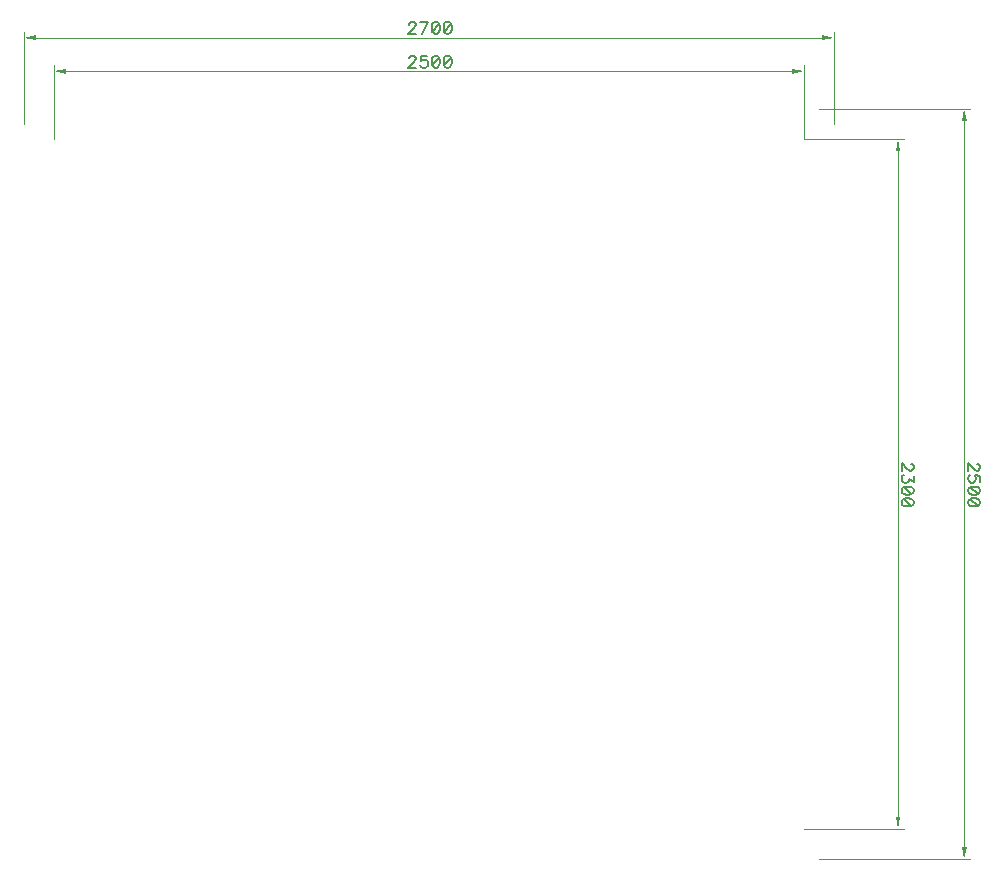
<source format=gbr>
%TF.GenerationSoftware,Novarm,DipTrace,3.2.0.1*%
%TF.CreationDate,2018-02-19T16:08:02-08:00*%
%FSLAX26Y26*%
%MOIN*%
%TF.FileFunction,Drawing,Top*%
%TF.Part,Single*%
%ADD14C,0.001378*%
%ADD139C,0.006176*%
G75*
G01*
%LPD*%
X2994016Y2794016D2*
D14*
X3326201D1*
X2994016Y494016D2*
X3326201D1*
X3306516Y1644016D2*
Y2754646D1*
G36*
Y2794016D2*
X3314390Y2754646D1*
X3298642D1*
X3306516Y2794016D1*
G37*
Y1644016D2*
D14*
Y533386D1*
G36*
Y494016D2*
X3298642Y533386D1*
X3314390D1*
X3306516Y494016D1*
G37*
X494016Y2794016D2*
D14*
Y3038702D1*
X2994016Y2794016D2*
Y3038702D1*
X1744016Y3019017D2*
X533386D1*
G36*
X494016D2*
X533386Y3026891D1*
Y3011143D1*
X494016Y3019017D1*
G37*
X1744016D2*
D14*
X2954646D1*
G36*
X2994016D2*
X2954646Y3011143D1*
Y3026891D1*
X2994016Y3019017D1*
G37*
X394016Y2844016D2*
D14*
Y3151176D1*
X3094016Y2844016D2*
Y3151176D1*
X1744016Y3131491D2*
X433386D1*
G36*
X394016D2*
X433386Y3139365D1*
Y3123617D1*
X394016Y3131491D1*
G37*
X1744016D2*
D14*
X3054646D1*
G36*
X3094016D2*
X3054646Y3123617D1*
Y3139365D1*
X3094016Y3131491D1*
G37*
X3044016Y2894016D2*
D14*
X3547747D1*
X3044016Y394016D2*
X3547747D1*
X3528062Y1644016D2*
Y2854646D1*
G36*
Y2894016D2*
X3535936Y2854646D1*
X3520188D1*
X3528062Y2894016D1*
G37*
Y1644016D2*
D14*
Y433386D1*
G36*
Y394016D2*
X3520188Y433386D1*
X3535936D1*
X3528062Y394016D1*
G37*
X3349324Y1711099D2*
D139*
X3351225D1*
X3355072Y1709198D1*
X3356973Y1707297D1*
X3358875Y1703450D1*
Y1695800D1*
X3356973Y1691998D1*
X3355072Y1690097D1*
X3351225Y1688151D1*
X3347423D1*
X3343576Y1690097D1*
X3337872Y1693899D1*
X3318727Y1713045D1*
Y1686250D1*
X3358875Y1670052D2*
Y1649049D1*
X3343576Y1660501D1*
Y1654753D1*
X3341675Y1650951D1*
X3339773Y1649049D1*
X3334025Y1647104D1*
X3330223D1*
X3324475Y1649049D1*
X3320628Y1652852D1*
X3318727Y1658600D1*
Y1664348D1*
X3320628Y1670052D1*
X3322574Y1671953D1*
X3326376Y1673899D1*
X3358875Y1623256D2*
X3356973Y1629004D1*
X3351225Y1632851D1*
X3341675Y1634752D1*
X3335927D1*
X3326376Y1632851D1*
X3320628Y1629004D1*
X3318727Y1623256D1*
Y1619454D1*
X3320628Y1613706D1*
X3326376Y1609903D1*
X3335927Y1607958D1*
X3341675D1*
X3351225Y1609903D1*
X3356973Y1613706D1*
X3358875Y1619454D1*
Y1623256D1*
X3351225Y1609903D2*
X3326376Y1632851D1*
X3358875Y1584110D2*
X3356973Y1589858D1*
X3351225Y1593705D1*
X3341675Y1595606D1*
X3335927D1*
X3326376Y1593705D1*
X3320628Y1589858D1*
X3318727Y1584110D1*
Y1580308D1*
X3320628Y1574560D1*
X3326376Y1570757D1*
X3335927Y1568812D1*
X3341675D1*
X3351225Y1570757D1*
X3356973Y1574560D1*
X3358875Y1580308D1*
Y1584110D1*
X3351225Y1570757D2*
X3326376Y1593705D1*
X1676933Y3061825D2*
Y3063727D1*
X1678834Y3067573D1*
X1680735Y3069475D1*
X1684582Y3071376D1*
X1692232D1*
X1696034Y3069475D1*
X1697935Y3067573D1*
X1699881Y3063727D1*
Y3059924D1*
X1697935Y3056077D1*
X1694133Y3050373D1*
X1674987Y3031228D1*
X1701782D1*
X1737081Y3071376D2*
X1717980D1*
X1716079Y3054176D1*
X1717980Y3056077D1*
X1723728Y3058023D1*
X1729432D1*
X1735180Y3056077D1*
X1739027Y3052275D1*
X1740928Y3046527D1*
Y3042724D1*
X1739027Y3036976D1*
X1735180Y3033129D1*
X1729432Y3031228D1*
X1723728D1*
X1717980Y3033129D1*
X1716079Y3035075D1*
X1714133Y3038877D1*
X1764776Y3071376D2*
X1759028Y3069475D1*
X1755181Y3063727D1*
X1753280Y3054176D1*
Y3048428D1*
X1755181Y3038877D1*
X1759028Y3033129D1*
X1764776Y3031228D1*
X1768578D1*
X1774326Y3033129D1*
X1778129Y3038877D1*
X1780074Y3048428D1*
Y3054176D1*
X1778129Y3063727D1*
X1774326Y3069475D1*
X1768578Y3071376D1*
X1764776D1*
X1778129Y3063727D2*
X1755181Y3038877D1*
X1803922Y3071376D2*
X1798174Y3069475D1*
X1794327Y3063727D1*
X1792426Y3054176D1*
Y3048428D1*
X1794327Y3038877D1*
X1798174Y3033129D1*
X1803922Y3031228D1*
X1807724D1*
X1813472Y3033129D1*
X1817275Y3038877D1*
X1819220Y3048428D1*
Y3054176D1*
X1817275Y3063727D1*
X1813472Y3069475D1*
X1807724Y3071376D1*
X1803922D1*
X1817275Y3063727D2*
X1794327Y3038877D1*
X1676933Y3174299D2*
Y3176200D1*
X1678834Y3180047D1*
X1680735Y3181948D1*
X1684582Y3183850D1*
X1692232D1*
X1696034Y3181948D1*
X1697935Y3180047D1*
X1699881Y3176200D1*
Y3172398D1*
X1697935Y3168551D1*
X1694133Y3162847D1*
X1674987Y3143702D1*
X1701782D1*
X1721783D2*
X1740928Y3183850D1*
X1714133D1*
X1764776D2*
X1759028Y3181948D1*
X1755181Y3176200D1*
X1753280Y3166650D1*
Y3160902D1*
X1755181Y3151351D1*
X1759028Y3145603D1*
X1764776Y3143702D1*
X1768578D1*
X1774326Y3145603D1*
X1778129Y3151351D1*
X1780074Y3160902D1*
Y3166650D1*
X1778129Y3176200D1*
X1774326Y3181948D1*
X1768578Y3183850D1*
X1764776D1*
X1778129Y3176200D2*
X1755181Y3151351D1*
X1803922Y3183850D2*
X1798174Y3181948D1*
X1794327Y3176200D1*
X1792426Y3166650D1*
Y3160902D1*
X1794327Y3151351D1*
X1798174Y3145603D1*
X1803922Y3143702D1*
X1807724D1*
X1813472Y3145603D1*
X1817275Y3151351D1*
X1819220Y3160902D1*
Y3166650D1*
X1817275Y3176200D1*
X1813472Y3181948D1*
X1807724Y3183850D1*
X1803922D1*
X1817275Y3176200D2*
X1794327Y3151351D1*
X3570870Y1711099D2*
X3572771D1*
X3576618Y1709198D1*
X3578519Y1707297D1*
X3580420Y1703450D1*
Y1695800D1*
X3578519Y1691998D1*
X3576618Y1690097D1*
X3572771Y1688151D1*
X3568969D1*
X3565122Y1690097D1*
X3559418Y1693899D1*
X3540273Y1713045D1*
Y1686250D1*
X3580420Y1650951D2*
Y1670052D1*
X3563221Y1671953D1*
X3565122Y1670052D1*
X3567067Y1664304D1*
Y1658600D1*
X3565122Y1652852D1*
X3561319Y1649005D1*
X3555571Y1647104D1*
X3551769D1*
X3546021Y1649005D1*
X3542174Y1652852D1*
X3540273Y1658600D1*
Y1664304D1*
X3542174Y1670052D1*
X3544119Y1671953D1*
X3547922Y1673899D1*
X3580420Y1623256D2*
X3578519Y1629004D1*
X3572771Y1632851D1*
X3563221Y1634752D1*
X3557473D1*
X3547922Y1632851D1*
X3542174Y1629004D1*
X3540273Y1623256D1*
Y1619454D1*
X3542174Y1613706D1*
X3547922Y1609903D1*
X3557473Y1607958D1*
X3563221D1*
X3572771Y1609903D1*
X3578519Y1613706D1*
X3580420Y1619454D1*
Y1623256D1*
X3572771Y1609903D2*
X3547922Y1632851D1*
X3580420Y1584110D2*
X3578519Y1589858D1*
X3572771Y1593705D1*
X3563221Y1595606D1*
X3557473D1*
X3547922Y1593705D1*
X3542174Y1589858D1*
X3540273Y1584110D1*
Y1580308D1*
X3542174Y1574560D1*
X3547922Y1570757D1*
X3557473Y1568812D1*
X3563221D1*
X3572771Y1570757D1*
X3578519Y1574560D1*
X3580420Y1580308D1*
Y1584110D1*
X3572771Y1570757D2*
X3547922Y1593705D1*
M02*

</source>
